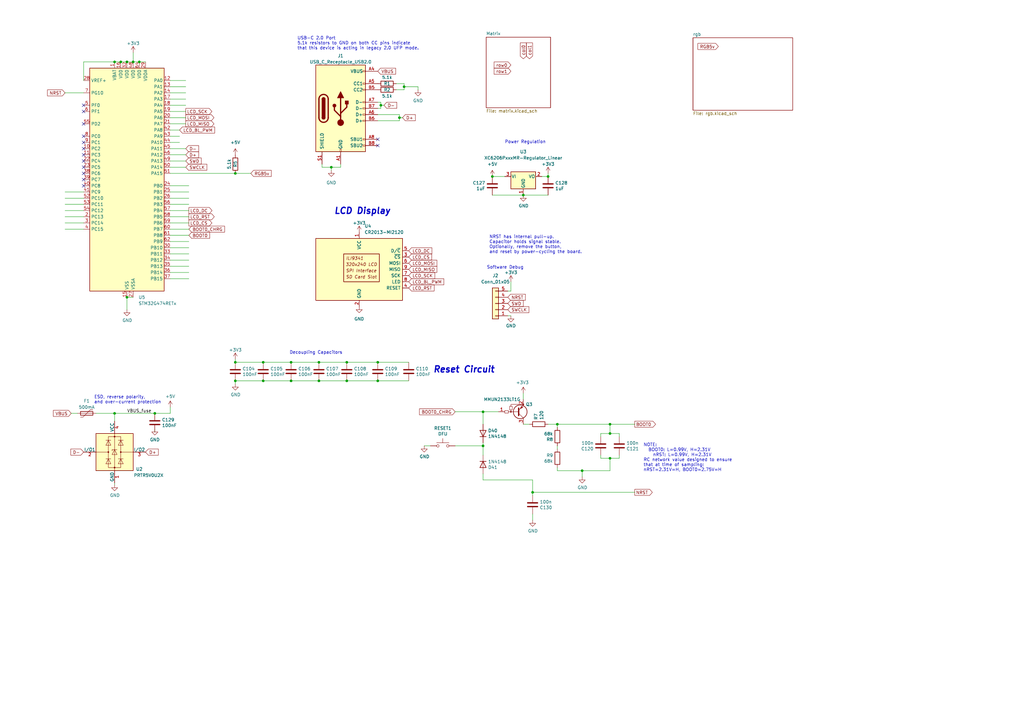
<source format=kicad_sch>
(kicad_sch (version 20231120) (generator "eeschema") (generator_version "8.0")
  (paper "A3")
  (lib_symbols
    (symbol "+5V_1" (power) (pin_names (offset 0))
      (property "Value" "+5V_1" (at 0 3.556 0))
      (symbol "+5V_1_0_1"
        (polyline (pts (xy -0.762 1.27) (xy 0 2.54)))
        (polyline (pts (xy 0 0) (xy 0 2.54)))
        (polyline (pts (xy 0 2.54) (xy 0.762 1.27)))
      )
      (symbol "+5V_1_1_1"
        (pin power_in line (at 0 0 90) (length 0) hide (name "+5V") (number "1"))
      )
    )
    (symbol "Connector:USB_C_Receptacle_USB2.0" (pin_names (offset 1.016))
      (property "Reference" "J" (at -10.16 19.05 0))
      (property "Value" "USB_C_Receptacle_USB2.0" (at 19.05 19.05 0))
      (symbol "USB_C_Receptacle_USB2.0_0_0"
        (rectangle (start -0.254 -17.78) (end 0.254 -16.764))
        (rectangle (start 10.16 -14.986) (end 9.144 -15.494))
        (rectangle (start 10.16 -12.446) (end 9.144 -12.954))
        (rectangle (start 10.16 -4.826) (end 9.144 -5.334))
        (rectangle (start 10.16 -2.286) (end 9.144 -2.794))
        (rectangle (start 10.16 0.254) (end 9.144 -0.254))
        (rectangle (start 10.16 2.794) (end 9.144 2.286))
        (rectangle (start 10.16 7.874) (end 9.144 7.366))
        (rectangle (start 10.16 10.414) (end 9.144 9.906))
        (rectangle (start 10.16 15.494) (end 9.144 14.986))
      )
      (symbol "USB_C_Receptacle_USB2.0_0_1"
        (rectangle (start -10.16 17.78) (end 10.16 -17.78) (stroke (width 0.254)) (fill (type background)))
        (arc (start -8.89 -3.81) (mid -6.985 -5.7067) (end -5.08 -3.81) (stroke (width 0.508)))
        (arc (start -7.62 -3.81) (mid -6.985 -4.4423) (end -6.35 -3.81) (stroke (width 0.254)))
        (arc (start -7.62 -3.81) (mid -6.985 -4.4423) (end -6.35 -3.81) (stroke (width 0.254)) (fill (type outline)))
        (rectangle (start -7.62 -3.81) (end -6.35 3.81) (stroke (width 0.254)) (fill (type outline)))
        (arc (start -6.35 3.81) (mid -6.985 4.4423) (end -7.62 3.81) (stroke (width 0.254)))
        (arc (start -6.35 3.81) (mid -6.985 4.4423) (end -7.62 3.81) (stroke (width 0.254)) (fill (type outline)))
        (arc (start -5.08 3.81) (mid -6.985 5.7067) (end -8.89 3.81) (stroke (width 0.508)))
        (circle (center -2.54 1.143) (radius 0.635) (stroke (width 0.254)) (fill (type outline)))
        (circle (center 0 -5.842) (radius 1.27) (fill (type outline)))
        (polyline (pts (xy -8.89 -3.81) (xy -8.89 3.81)) (stroke (width 0.508)))
        (polyline (pts (xy -5.08 3.81) (xy -5.08 -3.81)) (stroke (width 0.508)))
        (polyline (pts (xy 0 -5.842) (xy 0 4.318)) (stroke (width 0.508)))
        (polyline (pts (xy 0 -3.302) (xy -2.54 -0.762) (xy -2.54 0.508)) (stroke (width 0.508)))
        (polyline (pts (xy 0 -2.032) (xy 2.54 0.508) (xy 2.54 1.778)) (stroke (width 0.508)))
        (polyline (pts (xy -1.27 4.318) (xy 0 6.858) (xy 1.27 4.318) (xy -1.27 4.318)) (stroke (width 0.254)) (fill (type outline)))
        (rectangle (start 1.905 1.778) (end 3.175 3.048) (stroke (width 0.254)) (fill (type outline)))
      )
      (symbol "USB_C_Receptacle_USB2.0_1_1"
        (pin passive line (at 0 -22.86 90) (length 5.08) (name "GND") (number "A1"))
        (pin passive line (at 0 -22.86 90) (length 5.08) hide (name "GND") (number "A12"))
        (pin passive line (at 15.24 15.24 180) (length 5.08) (name "VBUS") (number "A4"))
        (pin bidirectional line (at 15.24 10.16 180) (length 5.08) (name "CC1") (number "A5"))
        (pin bidirectional line (at 15.24 -2.54 180) (length 5.08) (name "D+") (number "A6"))
        (pin bidirectional line (at 15.24 2.54 180) (length 5.08) (name "D-") (number "A7"))
        (pin bidirectional line (at 15.24 -12.7 180) (length 5.08) (name "SBU1") (number "A8"))
        (pin passive line (at 15.24 15.24 180) (length 5.08) hide (name "VBUS") (number "A9"))
        (pin passive line (at 0 -22.86 90) (length 5.08) hide (name "GND") (number "B1"))
        (pin passive line (at 0 -22.86 90) (length 5.08) hide (name "GND") (number "B12"))
        (pin passive line (at 15.24 15.24 180) (length 5.08) hide (name "VBUS") (number "B4"))
        (pin bidirectional line (at 15.24 7.62 180) (length 5.08) (name "CC2") (number "B5"))
        (pin bidirectional line (at 15.24 -5.08 180) (length 5.08) (name "D+") (number "B6"))
        (pin bidirectional line (at 15.24 0 180) (length 5.08) (name "D-") (number "B7"))
        (pin bidirectional line (at 15.24 -15.24 180) (length 5.08) (name "SBU2") (number "B8"))
        (pin passive line (at 15.24 15.24 180) (length 5.08) hide (name "VBUS") (number "B9"))
        (pin passive line (at -7.62 -22.86 90) (length 5.08) (name "SHIELD") (number "S1"))
      )
    )
    (symbol "Connector_Generic:Conn_01x05" (pin_names (offset 1.016) hide)
      (property "Reference" "J" (at 0 7.62 0))
      (property "Value" "Conn_01x05" (at 0 -7.62 0))
      (symbol "Conn_01x05_1_1"
        (rectangle (start -1.27 -4.953) (end 0 -5.207) (stroke (width 0.1524)))
        (rectangle (start -1.27 -2.413) (end 0 -2.667) (stroke (width 0.1524)))
        (rectangle (start -1.27 0.127) (end 0 -0.127) (stroke (width 0.1524)))
        (rectangle (start -1.27 2.667) (end 0 2.413) (stroke (width 0.1524)))
        (rectangle (start -1.27 5.207) (end 0 4.953) (stroke (width 0.1524)))
        (rectangle (start -1.27 6.35) (end 1.27 -6.35) (stroke (width 0.254)) (fill (type background)))
        (pin passive line (at -5.08 5.08 0) (length 3.81) (name "Pin_1") (number "1"))
        (pin passive line (at -5.08 2.54 0) (length 3.81) (name "Pin_2") (number "2"))
        (pin passive line (at -5.08 0 0) (length 3.81) (name "Pin_3") (number "3"))
        (pin passive line (at -5.08 -2.54 0) (length 3.81) (name "Pin_4") (number "4"))
        (pin passive line (at -5.08 -5.08 0) (length 3.81) (name "Pin_5") (number "5"))
      )
    )
    (symbol "Device:C" (pin_numbers hide) (pin_names (offset 0.254))
      (property "Reference" "C" (at 0.635 2.54 0))
      (property "Value" "C" (at 0.635 -2.54 0))
      (symbol "C_0_1"
        (polyline (pts (xy -2.032 -0.762) (xy 2.032 -0.762)) (stroke (width 0.508)))
        (polyline (pts (xy -2.032 0.762) (xy 2.032 0.762)) (stroke (width 0.508)))
      )
      (symbol "C_1_1"
        (pin passive line (at 0 3.81 270) (length 2.794) (name "~") (number "1"))
        (pin passive line (at 0 -3.81 90) (length 2.794) (name "~") (number "2"))
      )
    )
    (symbol "Device:D" (pin_numbers hide) (pin_names (offset 1.016) hide)
      (property "Reference" "D" (at 0 2.54 0))
      (property "Value" "D" (at 0 -2.54 0))
      (symbol "D_0_1"
        (polyline (pts (xy -1.27 1.27) (xy -1.27 -1.27)) (stroke (width 0.254)))
        (polyline (pts (xy 1.27 0) (xy -1.27 0)))
        (polyline (pts (xy 1.27 1.27) (xy 1.27 -1.27) (xy -1.27 0) (xy 1.27 1.27)) (stroke (width 0.254)))
      )
      (symbol "D_1_1"
        (pin passive line (at -3.81 0 0) (length 2.54) (name "K") (number "1"))
        (pin passive line (at 3.81 0 180) (length 2.54) (name "A") (number "2"))
      )
    )
    (symbol "Device:Polyfuse" (pin_numbers hide) (pin_names (offset 0))
      (property "Reference" "F" (at -2.54 0 90))
      (property "Value" "Polyfuse" (at 2.54 0 90))
      (symbol "Polyfuse_0_1"
        (rectangle (start -0.762 2.54) (end 0.762 -2.54) (stroke (width 0.254)))
        (polyline (pts (xy 0 2.54) (xy 0 -2.54)))
        (polyline (pts (xy -1.524 2.54) (xy -1.524 1.524) (xy 1.524 -1.524) (xy 1.524 -2.54)))
      )
      (symbol "Polyfuse_1_1"
        (pin passive line (at 0 3.81 270) (length 1.27) (name "~") (number "1"))
        (pin passive line (at 0 -3.81 90) (length 1.27) (name "~") (number "2"))
      )
    )
    (symbol "Device:Q_PNP_BEC_BRT" (pin_names hide)
      (property "Reference" "Q" (at 3.81 1.27 0))
      (property "Value" "Q_PNP_BEC_BRT" (at 3.81 -1.27 0))
      (symbol "Q_PNP_BEC_BRT_0_1"
        (rectangle (start -6.35 0.508) (end -4.826 -0.508))
        (rectangle (start -4.318 -2.286) (end -3.302 -0.762))
        (circle (center -3.81 0) (radius 0.254) (fill (type outline)))
        (polyline (pts (xy -3.81 -0.762) (xy -3.81 0)))
        (polyline (pts (xy -0.762 0) (xy -4.826 0)))
        (polyline (pts (xy -0.635 1.524) (xy -0.635 -1.524)) (stroke (width 0.508)))
        (polyline (pts (xy -3.81 -2.286) (xy -3.81 -3.048) (xy 1.27 -3.048)))
        (polyline (pts (xy 1.016 -1.778) (xy 0.508 -2.286) (xy 0 -1.27) (xy 1.016 -1.778) (xy 1.016 -1.778)) (fill (type outline)))
        (circle (center 1.27 -3.048) (radius 0.254) (fill (type outline)))
      )
      (symbol "Q_PNP_BEC_BRT_1_1"
        (polyline (pts (xy -0.635 0.635) (xy 1.27 2.54)))
        (polyline (pts (xy -0.635 -0.635) (xy 1.27 -2.54) (xy 1.27 -2.54)))
        (circle (center 0 0) (radius 2.8194) (stroke (width 0.254)))
        (pin input line (at -8.89 0 0) (length 2.54) (name "B") (number "1"))
        (pin passive line (at 1.27 -5.08 90) (length 2.54) (name "E") (number "2"))
        (pin passive line (at 1.27 5.08 270) (length 2.54) (name "C") (number "3"))
      )
    )
    (symbol "Device:R" (pin_numbers hide) (pin_names (offset 0))
      (property "Reference" "R" (at 2.032 0 90))
      (property "Value" "R" (at 0 0 90))
      (symbol "R_0_1"
        (rectangle (start -1.016 -2.54) (end 1.016 2.54) (stroke (width 0.254)))
      )
      (symbol "R_1_1"
        (pin passive line (at 0 3.81 270) (length 1.27) (name "~") (number "1"))
        (pin passive line (at 0 -3.81 90) (length 1.27) (name "~") (number "2"))
      )
    )
    (symbol "Djinn-rescue:+3V3-power" (power) (pin_names (offset 0))
      (property "Value" "power_+3V3" (at 0 3.556 0))
      (symbol "+3V3-power_0_1"
        (polyline (pts (xy -0.762 1.27) (xy 0 2.54)))
        (polyline (pts (xy 0 0) (xy 0 2.54)))
        (polyline (pts (xy 0 2.54) (xy 0.762 1.27)))
      )
      (symbol "+3V3-power_1_1"
        (pin power_in line (at 0 0 90) (length 0) hide (name "+3V3") (number "1"))
      )
    )
    (symbol "Djinn-rescue:GND-power" (power) (pin_names (offset 0))
      (property "Value" "power_GND" (at 0 -3.81 0))
      (symbol "GND-power_0_1"
        (polyline (pts (xy 0 0) (xy 0 -1.27) (xy 1.27 -1.27) (xy 0 -2.54) (xy -1.27 -1.27) (xy 0 -1.27)))
      )
      (symbol "GND-power_1_1"
        (pin power_in line (at 0 0 270) (length 0) hide (name "GND") (number "1"))
      )
    )
    (symbol "Driver_Display:CR2013-MI2120" (pin_names (offset 0.762))
      (property "Reference" "U4" (at 2.1941 17.78 0))
      (property "Value" "CR2013-MI2120" (at 2.1941 15.24 0))
      (symbol "CR2013-MI2120_0_0"
        (text "320x240 LCD" (at 0.889 2.032 0) (effects (font (size 1.27 1.27) (italic yes))))
        (text "ILI9341" (at -5.461 4.572 0) (effects (font (size 1.27 1.27) (italic yes)) (justify left)))
        (text "SD Card Slot" (at -5.461 -3.048 0) (effects (font (size 1.27 1.27) (italic yes)) (justify left)))
        (text "SPI Interface" (at -5.461 -0.508 0) (effects (font (size 1.27 1.27) (italic yes)) (justify left)))
      )
      (symbol "CR2013-MI2120_0_1"
        (rectangle (start -17.78 12.7) (end 17.78 -12.7) (stroke (width 0.254)) (fill (type background)))
        (rectangle (start -6.35 6.35) (end 8.255 -5.08) (stroke (width 0.254)))
      )
      (symbol "CR2013-MI2120_1_1"
        (pin power_in line (at 0 15.24 270) (length 2.54) (name "VCC") (number "1"))
        (pin power_in line (at 0 -15.24 90) (length 2.54) (name "GND") (number "2"))
        (pin input line (at 20.32 5.08 180) (length 2.54) (name "~{CS}") (number "3"))
        (pin input line (at 20.32 -7.62 180) (length 2.54) (name "RESET") (number "4"))
        (pin input line (at 20.32 7.62 180) (length 2.54) (name "D/~{C}") (number "5"))
        (pin input line (at 20.32 2.54 180) (length 2.54) (name "MOSI") (number "6"))
        (pin input line (at 20.32 -2.54 180) (length 2.54) (name "SCK") (number "7"))
        (pin input line (at 20.32 -5.08 180) (length 2.54) (name "LED") (number "8"))
        (pin output line (at 20.32 0 180) (length 2.54) (name "MISO") (number "9"))
      )
    )
    (symbol "MCU_ST_STM32G4:STM32G474RETx"
      (property "Reference" "U" (at -15.24 46.99 0))
      (property "Value" "STM32G474RETx" (at 10.16 46.99 0))
      (symbol "STM32G474RETx_0_1"
        (rectangle (start -15.24 -45.72) (end 15.24 45.72) (stroke (width 0.254)) (fill (type background)))
      )
      (symbol "STM32G474RETx_1_1"
        (pin power_in line (at -5.08 48.26 270) (length 2.54) (name "VBAT") (number "1"))
        (pin bidirectional line (at -17.78 12.7 0) (length 2.54) (name "PC2") (number "10"))
        (pin bidirectional line (at -17.78 10.16 0) (length 2.54) (name "PC3") (number "11"))
        (pin bidirectional line (at 17.78 40.64 180) (length 2.54) (name "PA0") (number "12"))
        (pin bidirectional line (at 17.78 38.1 180) (length 2.54) (name "PA1") (number "13"))
        (pin bidirectional line (at 17.78 35.56 180) (length 2.54) (name "PA2") (number "14"))
        (pin power_in line (at 0 -48.26 90) (length 2.54) (name "VSS") (number "15"))
        (pin power_in line (at -2.54 48.26 270) (length 2.54) (name "VDD") (number "16"))
        (pin bidirectional line (at 17.78 33.02 180) (length 2.54) (name "PA3") (number "17"))
        (pin bidirectional line (at 17.78 30.48 180) (length 2.54) (name "PA4") (number "18"))
        (pin bidirectional line (at 17.78 27.94 180) (length 2.54) (name "PA5") (number "19"))
        (pin bidirectional line (at -17.78 -15.24 0) (length 2.54) (name "PC13") (number "2"))
        (pin bidirectional line (at 17.78 25.4 180) (length 2.54) (name "PA6") (number "20"))
        (pin bidirectional line (at 17.78 22.86 180) (length 2.54) (name "PA7") (number "21"))
        (pin bidirectional line (at -17.78 7.62 0) (length 2.54) (name "PC4") (number "22"))
        (pin bidirectional line (at -17.78 5.08 0) (length 2.54) (name "PC5") (number "23"))
        (pin bidirectional line (at 17.78 -2.54 180) (length 2.54) (name "PB0") (number "24"))
        (pin bidirectional line (at 17.78 -5.08 180) (length 2.54) (name "PB1") (number "25"))
        (pin bidirectional line (at 17.78 -7.62 180) (length 2.54) (name "PB2") (number "26"))
        (pin power_in line (at 2.54 -48.26 90) (length 2.54) (name "VSSA") (number "27"))
        (pin input line (at -17.78 40.64 0) (length 2.54) (name "VREF+") (number "28"))
        (pin power_in line (at 7.62 48.26 270) (length 2.54) (name "VDDA") (number "29"))
        (pin bidirectional line (at -17.78 -17.78 0) (length 2.54) (name "PC14") (number "3"))
        (pin bidirectional line (at 17.78 -27.94 180) (length 2.54) (name "PB10") (number "30"))
        (pin passive line (at 0 -48.26 90) (length 2.54) hide (name "VSS") (number "31"))
        (pin power_in line (at 0 48.26 270) (length 2.54) (name "VDD") (number "32"))
        (pin bidirectional line (at 17.78 -30.48 180) (length 2.54) (name "PB11") (number "33"))
        (pin bidirectional line (at 17.78 -33.02 180) (length 2.54) (name "PB12") (number "34"))
        (pin bidirectional line (at 17.78 -35.56 180) (length 2.54) (name "PB13") (number "35"))
        (pin bidirectional line (at 17.78 -38.1 180) (length 2.54) (name "PB14") (number "36"))
        (pin bidirectional line (at 17.78 -40.64 180) (length 2.54) (name "PB15") (number "37"))
        (pin bidirectional line (at -17.78 2.54 0) (length 2.54) (name "PC6") (number "38"))
        (pin bidirectional line (at -17.78 0 0) (length 2.54) (name "PC7") (number "39"))
        (pin bidirectional line (at -17.78 -20.32 0) (length 2.54) (name "PC15") (number "4"))
        (pin bidirectional line (at -17.78 -2.54 0) (length 2.54) (name "PC8") (number "40"))
        (pin bidirectional line (at -17.78 -5.08 0) (length 2.54) (name "PC9") (number "41"))
        (pin bidirectional line (at 17.78 20.32 180) (length 2.54) (name "PA8") (number "42"))
        (pin bidirectional line (at 17.78 17.78 180) (length 2.54) (name "PA9") (number "43"))
        (pin bidirectional line (at 17.78 15.24 180) (length 2.54) (name "PA10") (number "44"))
        (pin bidirectional line (at 17.78 12.7 180) (length 2.54) (name "PA11") (number "45"))
        (pin bidirectional line (at 17.78 10.16 180) (length 2.54) (name "PA12") (number "46"))
        (pin passive line (at 0 -48.26 90) (length 2.54) hide (name "VSS") (number "47"))
        (pin power_in line (at 2.54 48.26 270) (length 2.54) (name "VDD") (number "48"))
        (pin bidirectional line (at 17.78 7.62 180) (length 2.54) (name "PA13") (number "49"))
        (pin bidirectional line (at -17.78 30.48 0) (length 2.54) (name "PF0") (number "5"))
        (pin bidirectional line (at 17.78 5.08 180) (length 2.54) (name "PA14") (number "50"))
        (pin bidirectional line (at 17.78 2.54 180) (length 2.54) (name "PA15") (number "51"))
        (pin bidirectional line (at -17.78 -7.62 0) (length 2.54) (name "PC10") (number "52"))
        (pin bidirectional line (at -17.78 -10.16 0) (length 2.54) (name "PC11") (number "53"))
        (pin bidirectional line (at -17.78 -12.7 0) (length 2.54) (name "PC12") (number "54"))
        (pin bidirectional line (at -17.78 22.86 0) (length 2.54) (name "PD2") (number "55"))
        (pin bidirectional line (at 17.78 -10.16 180) (length 2.54) (name "PB3") (number "56"))
        (pin bidirectional line (at 17.78 -12.7 180) (length 2.54) (name "PB4") (number "57"))
        (pin bidirectional line (at 17.78 -15.24 180) (length 2.54) (name "PB5") (number "58"))
        (pin bidirectional line (at 17.78 -17.78 180) (length 2.54) (name "PB6") (number "59"))
        (pin bidirectional line (at -17.78 27.94 0) (length 2.54) (name "PF1") (number "6"))
        (pin bidirectional line (at 17.78 -20.32 180) (length 2.54) (name "PB7") (number "60"))
        (pin bidirectional line (at 17.78 -22.86 180) (length 2.54) (name "PB8") (number "61"))
        (pin bidirectional line (at 17.78 -25.4 180) (length 2.54) (name "PB9") (number "62"))
        (pin passive line (at 0 -48.26 90) (length 2.54) hide (name "VSS") (number "63"))
        (pin power_in line (at 5.08 48.26 270) (length 2.54) (name "VDD") (number "64"))
        (pin bidirectional line (at -17.78 35.56 0) (length 2.54) (name "PG10") (number "7"))
        (pin bidirectional line (at -17.78 17.78 0) (length 2.54) (name "PC0") (number "8"))
        (pin bidirectional line (at -17.78 15.24 0) (length 2.54) (name "PC1") (number "9"))
      )
    )
    (symbol "Power_Protection:PRTR5V0U2X" (pin_names (offset 0))
      (property "Reference" "D" (at 2.794 8.636 0))
      (property "Value" "PRTR5V0U2X" (at 8.128 -9.398 0))
      (symbol "PRTR5V0U2X_0_1"
        (rectangle (start -7.62 -7.62) (end 7.62 7.62) (stroke (width 0.254)) (fill (type background)))
        (circle (center -2.54 0) (radius 0.254) (fill (type outline)))
        (rectangle (start -2.54 6.35) (end 2.54 -6.35))
        (circle (center 0 -6.35) (radius 0.254) (fill (type outline)))
        (polyline (pts (xy -2.54 0) (xy -7.62 0)))
        (polyline (pts (xy -1.524 -2.794) (xy -3.556 -2.794)))
        (polyline (pts (xy -1.524 4.826) (xy -3.556 4.826)))
        (polyline (pts (xy 0 -7.62) (xy 0 7.62)))
        (polyline (pts (xy 1.524 -2.794) (xy 3.556 -2.794)))
        (polyline (pts (xy 1.524 4.826) (xy 3.556 4.826)))
        (polyline (pts (xy 2.54 0) (xy 7.62 0)))
        (polyline (pts (xy 1.016 1.016) (xy -1.016 1.016) (xy -1.016 0.508)))
        (polyline (pts (xy -3.556 -4.826) (xy -1.524 -4.826) (xy -2.54 -2.794) (xy -3.556 -4.826)))
        (polyline (pts (xy -3.556 2.794) (xy -1.524 2.794) (xy -2.54 4.826) (xy -3.556 2.794)))
        (polyline (pts (xy -1.016 -1.016) (xy 1.016 -1.016) (xy 0 1.016) (xy -1.016 -1.016)))
        (polyline (pts (xy 3.556 -4.826) (xy 1.524 -4.826) (xy 2.54 -2.794) (xy 3.556 -4.826)))
        (polyline (pts (xy 3.556 2.794) (xy 1.524 2.794) (xy 2.54 4.826) (xy 3.556 2.794)))
        (circle (center 0 6.35) (radius 0.254) (fill (type outline)))
        (circle (center 2.54 0) (radius 0.254) (fill (type outline)))
      )
      (symbol "PRTR5V0U2X_1_1"
        (pin passive line (at 0 -12.7 90) (length 5.08) (name "GND") (number "1"))
        (pin passive line (at -12.7 0 0) (length 5.08) (name "I/O1") (number "2"))
        (pin passive line (at 12.7 0 180) (length 5.08) (name "I/O2") (number "3"))
        (pin passive line (at 0 12.7 270) (length 5.08) (name "VCC") (number "4"))
      )
    )
    (symbol "Switch:SW_Push" (pin_numbers hide) (pin_names (offset 1.016) hide)
      (property "Reference" "SW" (at 1.27 2.54 0))
      (property "Value" "SW_Push" (at 0 -1.524 0))
      (symbol "SW_Push_0_1"
        (circle (center -2.032 0) (radius 0.508))
        (polyline (pts (xy 0 1.27) (xy 0 3.048)))
        (polyline (pts (xy 2.54 1.27) (xy -2.54 1.27)))
        (circle (center 2.032 0) (radius 0.508))
        (pin passive line (at -5.08 0 0) (length 2.54) (name "1") (number "1"))
        (pin passive line (at 5.08 0 180) (length 2.54) (name "2") (number "2"))
      )
    )
    (symbol "kicad-keyboard-parts:XC6206PxxxMR-Regulator_Linear" (pin_names (offset 0.254))
      (property "Reference" "U" (at -3.81 3.175 0))
      (property "Value" "XC6206PxxxMR-Regulator_Linear" (at 0 3.175 0))
      (property "LCSC" "C5446" (at 0 0 0))
      (symbol "XC6206PxxxMR-Regulator_Linear_0_1"
        (rectangle (start -5.08 1.905) (end 5.08 -5.08) (stroke (width 0.254)) (fill (type background)))
      )
      (symbol "XC6206PxxxMR-Regulator_Linear_1_1"
        (pin power_in line (at 0 -7.62 90) (length 2.54) (name "GND") (number "1"))
        (pin power_out line (at 7.62 0 180) (length 2.54) (name "VO") (number "2"))
        (pin power_in line (at -7.62 0 0) (length 2.54) (name "VI") (number "3"))
      )
    )
    (symbol "power:+3V3" (power) (pin_names (offset 0))
      (property "Value" "+3V3" (at 0 3.556 0))
      (symbol "+3V3_0_1"
        (polyline (pts (xy -0.762 1.27) (xy 0 2.54)))
        (polyline (pts (xy 0 0) (xy 0 2.54)))
        (polyline (pts (xy 0 2.54) (xy 0.762 1.27)))
      )
      (symbol "+3V3_1_1"
        (pin power_in line (at 0 0 90) (length 0) hide (name "+3V3") (number "1"))
      )
    )
    (symbol "power:+5V" (power) (pin_names (offset 0))
      (property "Value" "+5V" (at 0 3.556 0))
      (symbol "+5V_0_1"
        (polyline (pts (xy -0.762 1.27) (xy 0 2.54)))
        (polyline (pts (xy 0 0) (xy 0 2.54)))
        (polyline (pts (xy 0 2.54) (xy 0.762 1.27)))
      )
      (symbol "+5V_1_1"
        (pin power_in line (at 0 0 90) (length 0) hide (name "+5V") (number "1"))
      )
    )
    (symbol "power:GND" (power) (pin_names (offset 0))
      (property "Value" "GND" (at 0 -3.81 0))
      (symbol "GND_0_1"
        (polyline (pts (xy 0 0) (xy 0 -1.27) (xy 1.27 -1.27) (xy 0 -2.54) (xy -1.27 -1.27) (xy 0 -1.27)))
      )
      (symbol "GND_1_1"
        (pin power_in line (at 0 0 270) (length 0) hide (name "GND") (number "1"))
      )
    )
  )
  (junction (at 238.76 193.04))
  (junction (at 165.735 35.56))
  (junction (at 96.52 148.59))
  (junction (at 57.15 25.4))
  (junction (at 218.44 201.93))
  (junction (at 163.83 48.26))
  (junction (at 156.21 43.18))
  (junction (at 130.81 148.59))
  (junction (at 46.99 169.545))
  (junction (at 154.94 148.59))
  (junction (at 107.95 148.59))
  (junction (at 198.12 168.91))
  (junction (at 250.19 187.96))
  (junction (at 154.94 156.21))
  (junction (at 54.61 25.4))
  (junction (at 52.07 121.92))
  (junction (at 107.95 156.21))
  (junction (at 142.24 156.21))
  (junction (at 198.12 182.88))
  (junction (at 142.24 148.59))
  (junction (at 119.38 148.59))
  (junction (at 250.19 177.8))
  (junction (at 214.63 80.01) (diameter 0.9144))
  (junction (at 119.38 156.21))
  (junction (at 63.5 169.545))
  (junction (at 49.53 25.4))
  (junction (at 46.99 25.4))
  (junction (at 130.81 156.21))
  (junction (at 96.52 156.21))
  (junction (at 96.52 71.12))
  (junction (at 224.79 72.39))
  (junction (at 228.6 173.99))
  (junction (at 135.89 68.58))
  (junction (at 250.19 173.99))
  (junction (at 201.93 72.39))
  (junction (at 52.07 25.4))
  (no_connect (at 34.29 43.18))
  (no_connect (at 34.29 63.5))
  (no_connect (at 154.94 57.15))
  (no_connect (at 154.94 59.69))
  (no_connect (at 34.29 58.42))
  (no_connect (at 34.29 71.12))
  (no_connect (at 34.29 68.58))
  (no_connect (at 34.29 55.88))
  (no_connect (at 34.29 76.2))
  (no_connect (at 34.29 50.8))
  (no_connect (at 34.29 60.96))
  (no_connect (at 34.29 45.72))
  (no_connect (at 34.29 73.66))
  (no_connect (at 34.29 66.04))
  (wire (pts (xy 246.38 179.07) (xy 246.38 177.8)))
  (wire (pts (xy 198.12 181.61) (xy 198.12 182.88)))
  (wire (pts (xy 69.85 38.1) (xy 76.2 38.1)))
  (wire (pts (xy 63.5 169.545) (xy 69.85 169.545)))
  (wire (pts (xy 52.07 121.92) (xy 54.61 121.92)))
  (wire (pts (xy 96.52 147.32) (xy 96.52 148.59)))
  (wire (pts (xy 69.85 167.005) (xy 69.85 169.545)))
  (wire (pts (xy 119.38 148.59) (xy 107.95 148.59)))
  (wire (pts (xy 156.21 41.91) (xy 156.21 43.18)))
  (wire (pts (xy 171.45 35.56) (xy 171.45 36.83)))
  (wire (pts (xy 238.76 193.04) (xy 250.19 193.04)))
  (wire (pts (xy 52.07 127) (xy 52.07 121.92)))
  (wire (pts (xy 163.83 49.53) (xy 163.83 48.26)))
  (wire (pts (xy 154.94 46.99) (xy 163.83 46.99)))
  (wire (pts (xy 198.12 196.85) (xy 218.44 196.85)))
  (wire (pts (xy 46.99 198.755) (xy 46.99 198.12)))
  (wire (pts (xy 69.85 106.68) (xy 77.47 106.68)))
  (wire (pts (xy 107.95 148.59) (xy 96.52 148.59)))
  (wire (pts (xy 119.38 156.21) (xy 130.81 156.21)))
  (wire (pts (xy 209.55 115.57) (xy 209.55 119.38)))
  (wire (pts (xy 246.38 187.96) (xy 246.38 186.69)))
  (wire (pts (xy 96.52 157.48) (xy 96.52 156.21)))
  (wire (pts (xy 26.67 91.44) (xy 34.29 91.44)))
  (wire (pts (xy 26.67 93.98) (xy 34.29 93.98)))
  (wire (pts (xy 96.52 71.12) (xy 102.87 71.12)))
  (wire (pts (xy 165.735 36.83) (xy 165.735 35.56)))
  (wire (pts (xy 246.38 187.96) (xy 250.19 187.96)))
  (wire (pts (xy 228.6 193.04) (xy 238.76 193.04)))
  (wire (pts (xy 26.67 83.82) (xy 34.29 83.82)))
  (wire (pts (xy 69.85 53.34) (xy 73.66 53.34)))
  (wire (pts (xy 69.85 60.96) (xy 76.2 60.96)))
  (wire (pts (xy 154.94 148.59) (xy 167.64 148.59)))
  (wire (pts (xy 218.44 201.93) (xy 260.35 201.93)))
  (wire (pts (xy 49.53 25.4) (xy 52.07 25.4)))
  (wire (pts (xy 69.85 48.26) (xy 76.2 48.26)))
  (wire (pts (xy 214.63 80.01) (xy 224.79 80.01)))
  (wire (pts (xy 69.85 109.22) (xy 77.47 109.22)))
  (wire (pts (xy 238.76 195.58) (xy 238.76 193.04)))
  (wire (pts (xy 186.69 168.91) (xy 198.12 168.91)))
  (wire (pts (xy 165.735 35.56) (xy 171.45 35.56)))
  (wire (pts (xy 224.79 71.12) (xy 224.79 72.39)))
  (wire (pts (xy 69.85 63.5) (xy 76.2 63.5)))
  (wire (pts (xy 69.85 83.82) (xy 77.47 83.82)))
  (wire (pts (xy 250.19 177.8) (xy 254 177.8)))
  (wire (pts (xy 34.29 33.02) (xy 34.29 25.4)))
  (wire (pts (xy 130.81 148.59) (xy 142.24 148.59)))
  (wire (pts (xy 69.85 76.2) (xy 77.47 76.2)))
  (wire (pts (xy 69.85 35.56) (xy 76.2 35.56)))
  (wire (pts (xy 209.55 119.38) (xy 208.28 119.38)))
  (wire (pts (xy 198.12 182.88) (xy 198.12 186.69)))
  (wire (pts (xy 69.85 78.74) (xy 77.47 78.74)))
  (wire (pts (xy 154.94 49.53) (xy 163.83 49.53)))
  (wire (pts (xy 254 187.96) (xy 254 186.69)))
  (wire (pts (xy 217.17 173.99) (xy 214.63 173.99)))
  (wire (pts (xy 250.19 177.8) (xy 250.19 173.99)))
  (wire (pts (xy 250.19 173.99) (xy 260.35 173.99)))
  (wire (pts (xy 228.6 182.88) (xy 228.6 184.15)))
  (wire (pts (xy 156.21 43.18) (xy 156.21 44.45)))
  (wire (pts (xy 54.61 21.59) (xy 54.61 25.4)))
  (wire (pts (xy 198.12 194.31) (xy 198.12 196.85)))
  (wire (pts (xy 69.85 43.18) (xy 76.2 43.18)))
  (wire (pts (xy 224.79 173.99) (xy 228.6 173.99)))
  (wire (pts (xy 201.93 72.39) (xy 207.01 72.39)))
  (wire (pts (xy 69.85 68.58) (xy 76.2 68.58)))
  (wire (pts (xy 222.25 72.39) (xy 224.79 72.39)))
  (wire (pts (xy 29.21 169.545) (xy 31.75 169.545)))
  (wire (pts (xy 119.38 156.21) (xy 107.95 156.21)))
  (wire (pts (xy 69.85 88.9) (xy 77.47 88.9)))
  (wire (pts (xy 26.67 86.36) (xy 34.29 86.36)))
  (wire (pts (xy 154.94 44.45) (xy 156.21 44.45)))
  (wire (pts (xy 246.38 177.8) (xy 250.19 177.8)))
  (wire (pts (xy 26.67 38.1) (xy 34.29 38.1)))
  (wire (pts (xy 69.85 114.3) (xy 77.47 114.3)))
  (wire (pts (xy 26.67 81.28) (xy 34.29 81.28)))
  (wire (pts (xy 107.95 156.21) (xy 96.52 156.21)))
  (wire (pts (xy 52.07 25.4) (xy 54.61 25.4)))
  (wire (pts (xy 139.7 68.58) (xy 139.7 67.31)))
  (wire (pts (xy 57.15 25.4) (xy 59.69 25.4)))
  (wire (pts (xy 163.83 46.99) (xy 163.83 48.26)))
  (wire (pts (xy 208.28 129.54) (xy 209.55 129.54)))
  (wire (pts (xy 132.08 68.58) (xy 135.89 68.58)))
  (wire (pts (xy 46.99 169.545) (xy 63.5 169.545)))
  (wire (pts (xy 218.44 196.85) (xy 218.44 201.93)))
  (wire (pts (xy 198.12 173.99) (xy 198.12 168.91)))
  (wire (pts (xy 254 177.8) (xy 254 179.07)))
  (wire (pts (xy 228.6 191.77) (xy 228.6 193.04)))
  (wire (pts (xy 119.38 148.59) (xy 130.81 148.59)))
  (wire (pts (xy 142.24 156.21) (xy 154.94 156.21)))
  (wire (pts (xy 156.21 43.18) (xy 157.48 43.18)))
  (wire (pts (xy 163.83 48.26) (xy 165.1 48.26)))
  (wire (pts (xy 218.44 201.93) (xy 218.44 203.2)))
  (wire (pts (xy 214.63 80.01) (xy 201.93 80.01)))
  (wire (pts (xy 142.24 148.59) (xy 154.94 148.59)))
  (wire (pts (xy 73.66 58.42) (xy 69.85 58.42)))
  (wire (pts (xy 69.85 111.76) (xy 77.47 111.76)))
  (wire (pts (xy 46.99 25.4) (xy 49.53 25.4)))
  (wire (pts (xy 154.94 41.91) (xy 156.21 41.91)))
  (wire (pts (xy 214.63 161.29) (xy 214.63 163.83)))
  (wire (pts (xy 63.5 175.895) (xy 63.5 177.165)))
  (wire (pts (xy 69.85 104.14) (xy 77.47 104.14)))
  (wire (pts (xy 135.89 68.58) (xy 139.7 68.58)))
  (wire (pts (xy 250.19 187.96) (xy 254 187.96)))
  (wire (pts (xy 73.66 55.88) (xy 69.85 55.88)))
  (wire (pts (xy 69.85 81.28) (xy 77.47 81.28)))
  (wire (pts (xy 69.85 50.8) (xy 76.2 50.8)))
  (wire (pts (xy 186.69 182.88) (xy 198.12 182.88)))
  (wire (pts (xy 69.85 45.72) (xy 76.2 45.72)))
  (wire (pts (xy 135.89 69.85) (xy 135.89 68.58)))
  (wire (pts (xy 26.67 88.9) (xy 34.29 88.9)))
  (wire (pts (xy 69.85 91.44) (xy 77.47 91.44)))
  (wire (pts (xy 69.85 40.64) (xy 76.2 40.64)))
  (wire (pts (xy 69.85 93.98) (xy 77.47 93.98)))
  (wire (pts (xy 228.6 173.99) (xy 250.19 173.99)))
  (wire (pts (xy 162.56 36.83) (xy 165.735 36.83)))
  (wire (pts (xy 69.85 96.52) (xy 77.47 96.52)))
  (wire (pts (xy 69.85 86.36) (xy 77.47 86.36)))
  (wire (pts (xy 130.81 156.21) (xy 142.24 156.21)))
  (wire (pts (xy 34.29 25.4) (xy 46.99 25.4)))
  (wire (pts (xy 228.6 175.26) (xy 228.6 173.99)))
  (wire (pts (xy 132.08 67.31) (xy 132.08 68.58)))
  (wire (pts (xy 218.44 210.82) (xy 218.44 213.36)))
  (wire (pts (xy 176.53 182.88) (xy 173.99 182.88)))
  (wire (pts (xy 162.56 34.29) (xy 165.735 34.29)))
  (wire (pts (xy 69.85 33.02) (xy 76.2 33.02)))
  (wire (pts (xy 54.61 25.4) (xy 57.15 25.4)))
  (wire (pts (xy 154.94 156.21) (xy 167.64 156.21)))
  (wire (pts (xy 26.67 78.74) (xy 34.29 78.74)))
  (wire (pts (xy 69.85 99.06) (xy 77.47 99.06)))
  (wire (pts (xy 250.19 187.96) (xy 250.19 193.04)))
  (wire (pts (xy 46.99 169.545) (xy 46.99 172.72)))
  (wire (pts (xy 39.37 169.545) (xy 46.99 169.545)))
  (wire (pts (xy 165.735 35.56) (xy 165.735 34.29)))
  (wire (pts (xy 69.85 71.12) (xy 96.52 71.12)))
  (wire (pts (xy 69.85 66.04) (xy 76.2 66.04)))
  (wire (pts (xy 69.85 101.6) (xy 77.47 101.6)))
  (wire (pts (xy 198.12 168.91) (xy 204.47 168.91)))
  (text "Decoupling Capacitors" (at 118.745 145.415 0) (effects (font (size 1.27 1.27)) (justify left bottom)))
  (text "NOTE:\n  BOOT0: L=0.99V, H=2.31V\n    nRST: L=0.99V, H=2.31V\nRC network value designed to ensure\nthat at time of sampling:\nnRST=2.31V=H, BOOT0=2.75V=H" (at 263.906 193.548 0) (effects (font (size 1.27 1.27)) (justify left bottom)))
  (text "Power Regulation" (at 207.01 59.055 0) (effects (font (size 1.27 1.27)) (justify left bottom)))
  (text "Reset Circuit" (at 177.546 153.162 0) (effects (font (size 2.54 2.54) (thickness 0.508) (bold yes) (italic yes)) (justify left bottom)))
  (text "USB-C 2.0 Port\n5.1k resistors to GND on both CC pins indicate\nthat this device is acting in legacy 2.0 UFP mode." (at 121.92 20.574 0) (effects (font (size 1.27 1.27)) (justify left bottom)))
  (text "ESD, reverse polarity,\nand over-current protection" (at 38.608 165.735 0) (effects (font (size 1.27 1.27)) (justify left bottom)))
  (text "Software Debug" (at 199.644 110.49 0) (effects (font (size 1.27 1.27)) (justify left bottom)))
  (text "NRST has internal pull-up.\nCapacitor holds signal stable.\nOptionally, remove the button,\nand reset by power-cycling the board." (at 200.66 104.14 0) (effects (font (size 1.27 1.27)) (justify left bottom)))
  (text "LCD Display" (at 136.906 88.138 0) (effects (font (size 2.54 2.54) (thickness 0.508) (bold yes) (italic yes)) (justify left bottom)))
  (label "VBUS_fuse" (at 52.07 169.545 0))
  (global_label "BOOT0" (shape output) (at 260.35 173.99 0) (property "Intersheetrefs" "${INTERSHEET_REFS}" (effects (hide yes))))
  (global_label "LCD_MISO" (shape input) (at 167.64 110.49 0) (property "Intersheetrefs" "${INTERSHEET_REFS}" (effects (hide yes))))
  (global_label "SWCLK" (shape input) (at 76.2 68.58 0) (property "Intersheetrefs" "${INTERSHEET_REFS}" (effects (hide yes))))
  (global_label "LCD_RST" (shape output) (at 77.47 88.9 0) (property "Intersheetrefs" "${INTERSHEET_REFS}" (effects (hide yes))))
  (global_label "row1" (shape input) (at 209.55 29.21 180) (property "Intersheetrefs" "${INTERSHEET_REFS}" (effects (hide yes))))
  (global_label "LCD_BL_PWM" (shape input) (at 167.64 115.57 0) (property "Intersheetrefs" "${INTERSHEET_REFS}" (effects (hide yes))))
  (global_label "BOOT0_CHRG" (shape input) (at 77.47 93.98 0) (property "Intersheetrefs" "${INTERSHEET_REFS}" (effects (hide yes))))
  (global_label "SWCLK" (shape input) (at 208.28 127 0) (property "Intersheetrefs" "${INTERSHEET_REFS}" (effects (hide yes))))
  (global_label "RGB5v" (shape input) (at 102.87 71.12 0) (property "Intersheetrefs" "${INTERSHEET_REFS}" (effects (hide yes))))
  (global_label "LCD_MOSI" (shape output) (at 76.2 48.26 0) (property "Intersheetrefs" "${INTERSHEET_REFS}" (effects (hide yes))))
  (global_label "VBUS" (shape input) (at 154.94 29.21 0) (property "Intersheetrefs" "${INTERSHEET_REFS}" (effects (hide yes))))
  (global_label "LCD_CS" (shape input) (at 167.64 105.41 0) (property "Intersheetrefs" "${INTERSHEET_REFS}" (effects (hide yes))))
  (global_label "LCD_BL_PWM" (shape input) (at 73.66 53.34 0) (property "Intersheetrefs" "${INTERSHEET_REFS}" (effects (hide yes))))
  (global_label "D-" (shape input) (at 76.2 60.96 0) (property "Intersheetrefs" "${INTERSHEET_REFS}" (effects (hide yes))))
  (global_label "BOOT0_CHRG" (shape input) (at 186.69 168.91 180) (property "Intersheetrefs" "${INTERSHEET_REFS}" (effects (hide yes))))
  (global_label "LCD_DC" (shape output) (at 77.47 86.36 0) (property "Intersheetrefs" "${INTERSHEET_REFS}" (effects (hide yes))))
  (global_label "SWD" (shape input) (at 208.28 124.46 0) (property "Intersheetrefs" "${INTERSHEET_REFS}" (effects (hide yes))))
  (global_label "RGB5v" (shape input) (at 294.64 19.05 180) (property "Intersheetrefs" "${INTERSHEET_REFS}" (effects (hide yes))))
  (global_label "NRST" (shape output) (at 260.35 201.93 0) (property "Intersheetrefs" "${INTERSHEET_REFS}" (effects (hide yes))))
  (global_label "NRST" (shape input) (at 208.28 121.92 0) (property "Intersheetrefs" "${INTERSHEET_REFS}" (effects (hide yes))))
  (global_label "D-" (shape input) (at 157.48 43.18 0) (property "Intersheetrefs" "${INTERSHEET_REFS}" (effects (hide yes))))
  (global_label "NRST" (shape input) (at 26.67 38.1 180) (property "Intersheetrefs" "${INTERSHEET_REFS}" (effects (hide yes))))
  (global_label "LCD_MOSI" (shape input) (at 167.64 107.95 0) (property "Intersheetrefs" "${INTERSHEET_REFS}" (effects (hide yes))))
  (global_label "LCD_DC" (shape input) (at 167.64 102.87 0) (property "Intersheetrefs" "${INTERSHEET_REFS}" (effects (hide yes))))
  (global_label "LCD_CS" (shape output) (at 77.47 91.44 0) (property "Intersheetrefs" "${INTERSHEET_REFS}" (effects (hide yes))))
  (global_label "col1" (shape input) (at 217.17 24.13 90) (property "Intersheetrefs" "${INTERSHEET_REFS}" (effects (hide yes))))
  (global_label "D+" (shape input) (at 76.2 63.5 0) (property "Intersheetrefs" "${INTERSHEET_REFS}" (effects (hide yes))))
  (global_label "D+" (shape input) (at 165.1 48.26 0) (property "Intersheetrefs" "${INTERSHEET_REFS}" (effects (hide yes))))
  (global_label "LCD_SCK" (shape output) (at 76.2 45.72 0) (property "Intersheetrefs" "${INTERSHEET_REFS}" (effects (hide yes))))
  (global_label "col0" (shape input) (at 214.63 24.13 90) (property "Intersheetrefs" "${INTERSHEET_REFS}" (effects (hide yes))))
  (global_label "D+" (shape input) (at 59.69 185.42 0) (property "Intersheetrefs" "${INTERSHEET_REFS}" (effects (hide yes))))
  (global_label "D-" (shape input) (at 34.29 185.42 180) (property "Intersheetrefs" "${INTERSHEET_REFS}" (effects (hide yes))))
  (global_label "LCD_MISO" (shape output) (at 76.2 50.8 0) (property "Intersheetrefs" "${INTERSHEET_REFS}" (effects (hide yes))))
  (global_label "BOOT0" (shape input) (at 77.47 96.52 0) (property "Intersheetrefs" "${INTERSHEET_REFS}" (effects (hide yes))))
  (global_label "LCD_SCK" (shape input) (at 167.64 113.03 0) (property "Intersheetrefs" "${INTERSHEET_REFS}" (effects (hide yes))))
  (global_label "row0" (shape input) (at 209.55 26.67 180) (property "Intersheetrefs" "${INTERSHEET_REFS}" (effects (hide yes))))
  (global_label "LCD_RST" (shape input) (at 167.64 118.11 0) (property "Intersheetrefs" "${INTERSHEET_REFS}" (effects (hide yes))))
  (global_label "SWD" (shape input) (at 76.2 66.04 0) (property "Intersheetrefs" "${INTERSHEET_REFS}" (effects (hide yes))))
  (global_label "VBUS" (shape input) (at 29.21 169.545 180) (property "Intersheetrefs" "${INTERSHEET_REFS}" (effects (hide yes))))
  (symbol (lib_id "power:GND") (at 214.63 80.01 0) (unit 1)
    (property "Reference" "#PWR015" (effects (hide yes)))
    (property "Value" "GND" (at 214.757 84.4042 0))
  )
  (symbol (lib_id "power:+5V") (at 201.93 72.39 0) (unit 1)
    (property "Reference" "#PWR013" (effects (hide yes)))
    (property "Value" "+5V" (at 201.93 67.31 0))
  )
  (symbol (lib_id "Device:C") (at 224.79 76.2 0) (unit 1)
    (property "Reference" "C128" (at 227.711 75.0316 0) (effects (justify left)))
    (property "Value" "1uF" (at 227.711 77.343 0) (effects (justify left)))
    (property "Footprint" "Capacitor_SMD:C_0402_1005Metric" (effects (hide yes)))
    (property "LCSC" "C307331" (effects (hide yes)))
  )
  (symbol (lib_id "power:GND") (at 63.5 175.895 0) (unit 1)
    (property "Reference" "#PWR010" (effects (hide yes)))
    (property "Value" "GND" (at 63.5 180.34 0))
  )
  (symbol (lib_id "Device:C") (at 63.5 173.355 0) (unit 1)
    (property "Reference" "C129" (at 66.421 172.1866 0) (effects (justify left)))
    (property "Value" "100nF" (at 66.421 174.498 0) (effects (justify left)))
    (property "Footprint" "Capacitor_SMD:C_0402_1005Metric" (effects (hide yes)))
    (property "LCSC" "C307331" (effects (hide yes)))
  )
  (symbol (lib_id "Driver_Display:CR2013-MI2120") (at 147.32 110.49 0) (unit 1)
    (property "Reference" "U4" (at 149.5141 92.71 0) (effects (justify left)))
    (property "Value" "CR2013-MI2120" (at 149.5141 95.25 0) (effects (justify left)))
    (property "Footprint" "Display:CR2013-MI2120" (effects (hide yes)))
    (property "Datasheet" "http://pan.baidu.com/s/11Y990" (effects (hide yes)))
    (property "Description" "ILI9341 controller, SPI TFT LCD Display, 9-pin breakout PCB, 4-pin SD card interface, 5V/3.3V" (effects (hide yes)))
  )
  (symbol (lib_id "Device:D") (at 198.12 190.5 90) (mirror x) (unit 1)
    (property "Reference" "D41" (at 200.152 191.6684 90) (effects (justify right)))
    (property "Value" "1N4148" (at 200.152 189.357 90) (effects (justify right)))
    (property "Footprint" "Diode_SMD:D_SOD-123" (effects (hide yes)))
  )
  (symbol (lib_id "Connector:USB_C_Receptacle_USB2.0") (at 139.7 44.45 0) (unit 1)
    (property "Reference" "J1" (at 139.7 22.86 0))
    (property "Value" "USB_C_Receptacle_USB2.0" (at 139.7 25.4 0))
    (property "Footprint" "PCM_marbastlib-various:USB_C_Receptacle_HRO_TYPE-C-31-M-12" (effects (hide yes)))
    (property "Datasheet" "https://www.usb.org/sites/default/files/documents/usb_type-c.zip" (effects (hide yes)))
    (property "JlcRotOffset" "180" (effects (hide yes)))
    (property "JlcPosOffset" "0,1.5" (effects (hide yes)))
  )
  (symbol (lib_id "Device:C") (at 142.24 152.4 0) (unit 1)
    (property "Reference" "C108" (at 145.161 151.2316 0) (effects (justify left)))
    (property "Value" "100nF" (at 145.161 153.543 0) (effects (justify left)))
    (property "Footprint" "Capacitor_SMD:C_0402_1005Metric" (effects (hide yes)))
    (property "LCSC" "C307331" (effects (hide yes)))
  )
  (symbol (lib_id "Device:C") (at 201.93 76.2 0) (mirror y) (unit 1)
    (property "Reference" "C127" (at 199.009 75.0316 0) (effects (justify left)))
    (property "Value" "1uF" (at 199.009 77.343 0) (effects (justify left)))
    (property "Footprint" "Capacitor_SMD:C_0402_1005Metric" (effects (hide yes)))
    (property "LCSC" "C307331" (effects (hide yes)))
  )
  (symbol (lib_id "Power_Protection:PRTR5V0U2X") (at 46.99 185.42 0) (unit 1)
    (property "Reference" "U2" (at 57.15 192.405 0))
    (property "Value" "PRTR5V0U2X" (at 60.96 194.945 0))
    (property "Footprint" "Package_TO_SOT_SMD:SOT-143" (effects (hide yes)))
    (property "Datasheet" "https://assets.nexperia.com/documents/data-sheet/PRTR5V0U2X.pdf" (effects (hide yes)))
    (property "LCSC" "C2827688" (effects (hide yes)))
    (property "JlcRotOffset" "90" (effects (hide yes)))
  )
  (symbol (lib_id "Device:R") (at 220.98 173.99 90) (unit 1)
    (property "Reference" "R7" (at 219.8116 172.212 0) (effects (justify left)))
    (property "Value" "120" (at 222.123 172.212 0) (effects (justify left)))
    (property "Footprint" "Resistor_SMD:R_0805_2012Metric" (effects (hide yes)))
  )
  (symbol (lib_id "power:+3V3") (at 54.61 21.59 0) (unit 1)
    (property "Reference" "#PWR067" (effects (hide yes)))
    (property "Value" "+3V3" (at 54.61 17.78 0))
  )
  (symbol (lib_id "power:+3V3") (at 209.55 115.57 0) (mirror y) (unit 1)
    (property "Reference" "#PWR065" (effects (hide yes)))
    (property "Value" "+3V3" (at 209.55 111.76 0))
  )
  (symbol (lib_id "MCU_ST_STM32G4:STM32G474RETx") (at 52.07 73.66 0) (unit 1)
    (property "Reference" "U5" (at 56.8041 121.92 0) (effects (justify left)))
    (property "Value" "STM32G474RETx" (at 56.8041 124.46 0) (effects (justify left)))
    (property "Footprint" "Package_QFP:LQFP-64_10x10mm_P0.5mm" (effects (hide yes)))
    (property "Datasheet" "https://www.st.com/resource/en/datasheet/stm32g474re.pdf" (effects (hide yes)))
    (property "Description" "STMicroelectronics Arm Cortex-M4 MCU, 512KB flash, 128KB RAM, 170 MHz, 1.71-3.6V, 52 GPIO, LQFP64" (effects (hide yes)))
  )
  (symbol (lib_id "power:GND") (at 209.55 129.54 0) (unit 1)
    (property "Reference" "#PWR070" (effects (hide yes)))
    (property "Value" "GND" (at 209.55 133.604 0))
  )
  (symbol (lib_id "Djinn-rescue:GND-power") (at 218.44 213.36 0) (unit 1)
    (property "Reference" "#PWR083" (effects (hide yes)))
    (property "Value" "GND" (at 218.567 217.7542 0))
  )
  (symbol (lib_id "Device:Polyfuse") (at 35.56 169.545 90) (unit 1)
    (property "Reference" "F1" (at 35.56 164.465 90))
    (property "Value" "500mA" (at 35.56 167.005 90))
    (property "Footprint" "Fuse:Fuse_1206_3216Metric" (effects (hide yes)))
    (property "LCSC" "C135341" (effects (hide yes)))
  )
  (symbol (lib_id "Djinn-rescue:GND-power") (at 238.76 195.58 0) (unit 1)
    (property "Reference" "#PWR082" (effects (hide yes)))
    (property "Value" "GND" (at 238.887 199.9742 0))
  )
  (symbol (lib_name "+5V_1") (lib_id "power:+5V") (at 69.85 167.005 0) (unit 1)
    (property "Reference" "#PWR09" (effects (hide yes)))
    (property "Value" "+5V" (at 69.85 162.56 0))
  )
  (symbol (lib_id "power:+3V3") (at 224.79 71.12 0) (unit 1)
    (property "Reference" "#PWR012" (effects (hide yes)))
    (property "Value" "+3V3" (at 224.79 67.31 0))
  )
  (symbol (lib_id "Djinn-rescue:+3V3-power") (at 214.63 161.29 0) (mirror y) (unit 1)
    (property "Reference" "#PWR066" (effects (hide yes)))
    (property "Value" "+3V3" (at 214.249 156.8958 0))
  )
  (symbol (lib_id "power:+3V3") (at 96.52 147.32 0) (unit 1)
    (property "Reference" "#PWR04" (effects (hide yes)))
    (property "Value" "+3V3" (at 96.52 143.51 0))
  )
  (symbol (lib_id "Device:C") (at 246.38 182.88 180) (unit 1)
    (property "Reference" "C120" (at 243.459 184.0484 0) (effects (justify left)))
    (property "Value" "100n" (at 243.459 181.737 0) (effects (justify left)))
    (property "Footprint" "Capacitor_SMD:C_0805_2012Metric" (effects (hide yes)))
  )
  (symbol (lib_id "power:GND") (at 46.99 198.755 0) (unit 1)
    (property "Reference" "#PWR014" (effects (hide yes)))
    (property "Value" "GND" (at 47.117 203.1492 0))
  )
  (symbol (lib_id "Device:R") (at 228.6 187.96 0) (mirror y) (unit 1)
    (property "Reference" "R9" (at 226.822 186.7916 0) (effects (justify left)))
    (property "Value" "68k" (at 226.822 189.103 0) (effects (justify left)))
    (property "Footprint" "Resistor_SMD:R_0805_2012Metric" (effects (hide yes)))
  )
  (symbol (lib_id "Device:D") (at 198.12 177.8 90) (unit 1)
    (property "Reference" "D40" (at 200.152 176.6316 90) (effects (justify right)))
    (property "Value" "1N4148" (at 200.152 178.943 90) (effects (justify right)))
    (property "Footprint" "Diode_SMD:D_SOD-123" (effects (hide yes)))
  )
  (symbol (lib_id "Device:C") (at 167.64 152.4 0) (unit 1)
    (property "Reference" "C110" (at 170.561 151.2316 0) (effects (justify left)))
    (property "Value" "100nF" (at 170.561 153.543 0) (effects (justify left)))
    (property "Footprint" "Capacitor_SMD:C_0402_1005Metric" (effects (hide yes)))
    (property "LCSC" "C307331" (effects (hide yes)))
  )
  (symbol (lib_id "Device:C") (at 154.94 152.4 0) (unit 1)
    (property "Reference" "C109" (at 157.861 151.2316 0) (effects (justify left)))
    (property "Value" "100nF" (at 157.861 153.543 0) (effects (justify left)))
    (property "Footprint" "Capacitor_SMD:C_0402_1005Metric" (effects (hide yes)))
    (property "LCSC" "C307331" (effects (hide yes)))
  )
  (symbol (lib_id "Djinn-rescue:GND-power") (at 173.99 182.88 0) (unit 1)
    (property "Reference" "#PWR071" (effects (hide yes)))
    (property "Value" "GND" (at 174.117 187.2742 0))
  )
  (symbol (lib_id "Device:C") (at 254 182.88 0) (mirror x) (unit 1)
    (property "Reference" "C121" (at 256.921 184.0484 0) (effects (justify left)))
    (property "Value" "100n" (at 256.921 181.737 0) (effects (justify left)))
    (property "Footprint" "Capacitor_SMD:C_0805_2012Metric" (effects (hide yes)))
  )
  (symbol (lib_id "Switch:SW_Push") (at 181.61 182.88 0) (unit 1)
    (property "Reference" "RESET1" (at 181.61 175.641 0))
    (property "Value" "DFU" (at 181.61 177.9524 0))
    (property "Footprint" "Button_Switch_SMD:SW_SPST_TL3342" (effects (hide yes)))
  )
  (symbol (lib_id "Device:Q_PNP_BEC_BRT") (at 213.36 168.91 0) (mirror x) (unit 1)
    (property "Reference" "Q3" (at 215.646 165.862 0) (effects (justify left)))
    (property "Value" "MMUN2133LT1G" (at 198.374 163.83 0) (effects (justify left)))
    (property "Footprint" "Package_TO_SOT_SMD:SOT-23-3" (effects (hide yes)))
  )
  (symbol (lib_id "Device:R") (at 158.75 34.29 270) (unit 1)
    (property "Reference" "R1" (at 158.75 34.29 90))
    (property "Value" "5.1k" (at 158.75 31.75 90))
    (property "Footprint" "Resistor_SMD:R_0402_1005Metric" (effects (hide yes)))
  )
  (symbol (lib_id "power:GND") (at 171.45 36.83 0) (unit 1)
    (property "Reference" "#PWR05" (effects (hide yes)))
    (property "Value" "GND" (at 171.45 41.275 0))
  )
  (symbol (lib_id "power:+3V3") (at 147.32 95.25 0) (unit 1)
    (property "Reference" "#PWR03" (effects (hide yes)))
    (property "Value" "+3V3" (at 147.32 91.44 0))
  )
  (symbol (lib_id "power:+5V") (at 96.52 63.5 0) (unit 1)
    (property "Reference" "#PWR02" (effects (hide yes)))
    (property "Value" "+5V" (at 96.52 58.42 0))
  )
  (symbol (lib_id "Device:C") (at 130.81 152.4 0) (unit 1)
    (property "Reference" "C107" (at 133.731 151.2316 0) (effects (justify left)))
    (property "Value" "100nF" (at 133.731 153.543 0) (effects (justify left)))
    (property "Footprint" "Capacitor_SMD:C_0402_1005Metric" (effects (hide yes)))
    (property "LCSC" "C307331" (effects (hide yes)))
  )
  (symbol (lib_id "Device:R") (at 158.75 36.83 90) (unit 1)
    (property "Reference" "R2" (at 158.75 36.83 90))
    (property "Value" "5.1k" (at 158.75 39.37 90))
    (property "Footprint" "Resistor_SMD:R_0402_1005Metric" (effects (hide yes)))
  )
  (symbol (lib_id "Device:C") (at 107.95 152.4 0) (unit 1)
    (property "Reference" "C105" (at 110.871 151.2316 0) (effects (justify left)))
    (property "Value" "100nF" (at 110.871 153.543 0) (effects (justify left)))
    (property "Footprint" "Capacitor_SMD:C_0402_1005Metric" (effects (hide yes)))
    (property "LCSC" "C307331" (effects (hide yes)))
  )
  (symbol (lib_id "Device:C") (at 119.38 152.4 0) (unit 1)
    (property "Reference" "C106" (at 122.301 151.2316 0) (effects (justify left)))
    (property "Value" "100nF" (at 122.301 153.543 0) (effects (justify left)))
    (property "Footprint" "Capacitor_SMD:C_0402_1005Metric" (effects (hide yes)))
    (property "LCSC" "C307331" (effects (hide yes)))
  )
  (symbol (lib_id "kicad-keyboard-parts:XC6206PxxxMR-Regulator_Linear") (at 214.63 72.39 0) (unit 1)
    (property "Reference" "U3" (at 214.63 62.23 0))
    (property "Value" "XC6206PxxxMR-Regulator_Linear" (at 214.63 64.77 0))
    (property "Footprint" "Package_TO_SOT_SMD:SOT-23" (effects (hide yes)))
    (property "Datasheet" "https://www.torexsemi.com/file/xc6206/XC6206.pdf" (effects (hide yes)))
    (property "LCSC" "C5446" (effects (hide yes)))
  )
  (symbol (lib_id "Device:C") (at 96.52 152.4 0) (unit 1)
    (property "Reference" "C104" (at 99.441 151.2316 0) (effects (justify left)))
    (property "Value" "100nF" (at 99.441 153.543 0) (effects (justify left)))
    (property "Footprint" "Capacitor_SMD:C_0402_1005Metric" (effects (hide yes)))
    (property "LCSC" "C307331" (effects (hide yes)))
  )
  (symbol (lib_id "Connector_Generic:Conn_01x05") (at 203.2 124.46 180) (unit 1)
    (property "Reference" "J2" (at 203.2 113.03 0))
    (property "Value" "Conn_01x05" (at 203.2 115.57 0))
    (property "Footprint" "Connector_PinHeader_2.54mm:PinHeader_1x05_P2.54mm_Vertical" (effects (hide yes)))
    (property "Description" "Generic connector, single row, 01x05, script generated (kicad-library-utils/schlib/autogen/connector/)" (effects (hide yes)))
  )
  (symbol (lib_id "Device:C") (at 218.44 207.01 0) (mirror x) (unit 1)
    (property "Reference" "C130" (at 221.361 208.1784 0) (effects (justify left)))
    (property "Value" "100n" (at 221.361 205.867 0) (effects (justify left)))
    (property "Footprint" "Capacitor_SMD:C_0805_2012Metric" (effects (hide yes)))
  )
  (symbol (lib_id "power:GND") (at 147.32 125.73 0) (unit 1)
    (property "Reference" "#PWR073" (effects (hide yes)))
    (property "Value" "GND" (at 147.32 130.81 0))
  )
  (symbol (lib_id "power:GND") (at 52.07 127 0) (unit 1)
    (property "Reference" "#PWR0140" (effects (hide yes)))
    (property "Value" "GND" (at 52.197 131.3942 0))
  )
  (symbol (lib_id "power:GND") (at 135.89 69.85 0) (unit 1)
    (property "Reference" "#PWR011" (effects (hide yes)))
    (property "Value" "GND" (at 135.89 74.93 0))
  )
  (symbol (lib_id "Device:R") (at 96.52 67.31 0) (unit 1)
    (property "Reference" "R5" (at 96.52 67.31 90))
    (property "Value" "5.1k" (at 93.98 67.31 90))
    (property "Footprint" "Resistor_SMD:R_0402_1005Metric" (effects (hide yes)))
  )
  (symbol (lib_id "Device:R") (at 228.6 179.07 180) (unit 1)
    (property "Reference" "R8" (at 226.822 180.2384 0) (effects (justify left)))
    (property "Value" "68k" (at 226.822 177.927 0) (effects (justify left)))
    (property "Footprint" "Resistor_SMD:R_0805_2012Metric" (effects (hide yes)))
  )
  (symbol (lib_id "power:GND") (at 96.52 157.48 0) (unit 1)
    (property "Reference" "#PWR08" (effects (hide yes)))
    (property "Value" "GND" (at 96.647 161.8742 0))
  )
  (sheet (at 199.39 15.24) (size 26.416 28.956) (stroke (width 0.1524))
    (property "Sheetname" "Matrix" (at 199.39 14.5284 0) (effects (justify left bottom)))
    (property "Sheetfile" "matrix.kicad_sch" (at 199.39 44.7806 0) (effects (justify left top)))
  )
  (sheet (at 284.226 15.494) (size 40.894 29.718) (stroke (width 0.1524))
    (property "Sheetname" "rgb" (at 284.226 14.7824 0) (effects (justify left bottom)))
    (property "Sheetfile" "rgb.kicad_sch" (at 284.226 45.7966 0) (effects (justify left top)))
  )
)
</source>
